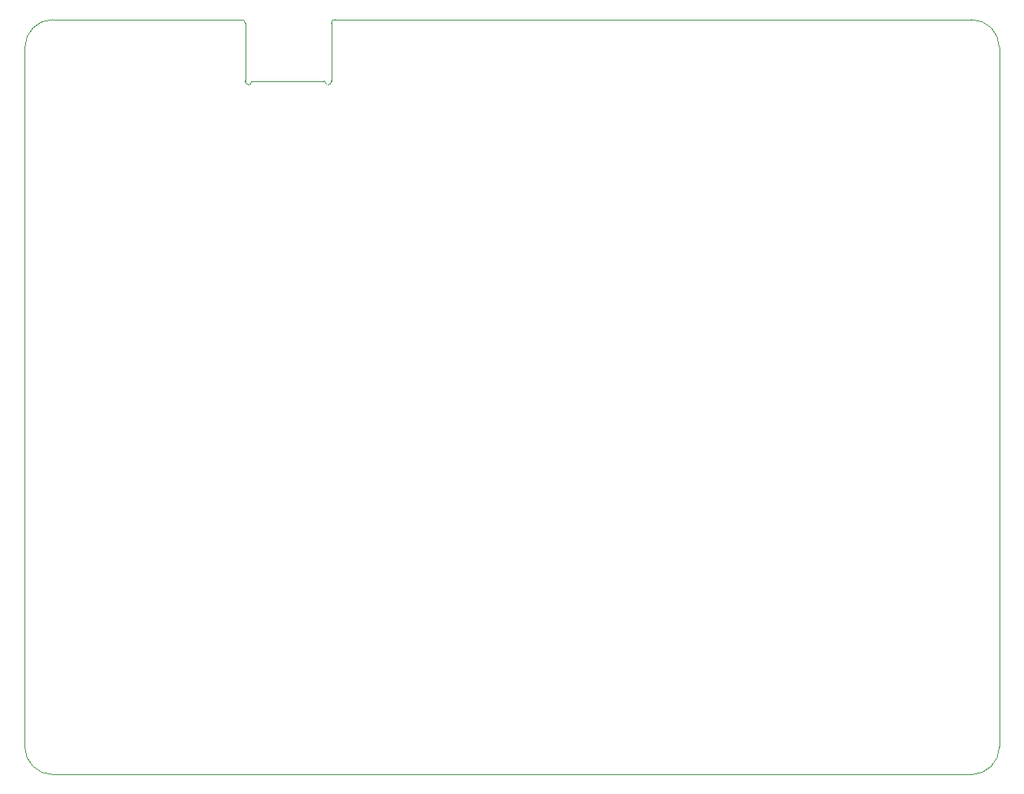
<source format=gbr>
G04 #@! TF.GenerationSoftware,KiCad,Pcbnew,8.0.1-8.0.1-1~ubuntu22.04.1*
G04 #@! TF.CreationDate,2024-04-10T21:28:56-04:00*
G04 #@! TF.ProjectId,tinytapeout-demo,74696e79-7461-4706-956f-75742d64656d,1.1.2*
G04 #@! TF.SameCoordinates,PX35e1f20PY8044ea0*
G04 #@! TF.FileFunction,Profile,NP*
%FSLAX46Y46*%
G04 Gerber Fmt 4.6, Leading zero omitted, Abs format (unit mm)*
G04 Created by KiCad (PCBNEW 8.0.1-8.0.1-1~ubuntu22.04.1) date 2024-04-10 21:28:56*
%MOMM*%
%LPD*%
G01*
G04 APERTURE LIST*
G04 #@! TA.AperFunction,Profile*
%ADD10C,0.100000*%
G04 #@! TD*
G04 #@! TA.AperFunction,Profile*
%ADD11C,0.080000*%
G04 #@! TD*
G04 APERTURE END LIST*
D10*
X23230000Y81000000D02*
G75*
G02*
X23630000Y80600000I0J-400000D01*
G01*
X32870000Y80600000D02*
G75*
G02*
X33270000Y81000000I400000J0D01*
G01*
X101500000Y81000000D02*
G75*
G02*
X104500000Y78000000I0J-3000000D01*
G01*
X33270000Y81000000D02*
X101500000Y81000000D01*
X101500000Y0D02*
X3000000Y0D01*
X104500000Y78000000D02*
X104500000Y3000000D01*
X3000000Y0D02*
G75*
G02*
X0Y3000000I0J3000000D01*
G01*
X23230000Y81000000D02*
X3000000Y81000000D01*
X0Y78000000D02*
G75*
G02*
X3000000Y81000000I3000000J0D01*
G01*
X0Y3000000D02*
X0Y78000000D01*
X104500000Y3000000D02*
G75*
G02*
X101500000Y0I-3000000J0D01*
G01*
D11*
G04 #@! TO.C,J15*
X23630000Y74400000D02*
X23630000Y80600000D01*
X32070000Y74400000D02*
X24430000Y74400000D01*
X32870000Y80600000D02*
X32870000Y74400000D01*
X23955000Y74000000D02*
G75*
G02*
X23630000Y74400000I37500J362500D01*
G01*
X24279997Y74279999D02*
G75*
G02*
X23955000Y74000003I-302497J22501D01*
G01*
X24280002Y74279999D02*
G75*
G02*
X24430000Y74399998I134998J-14999D01*
G01*
X32070001Y74399998D02*
G75*
G02*
X32219998Y74280000I15000J-134997D01*
G01*
X32545000Y74000001D02*
G75*
G02*
X32220001Y74280000I-22501J302498D01*
G01*
X32869999Y74400000D02*
G75*
G02*
X32545000Y74000001I-362501J-37499D01*
G01*
G04 #@! TD*
M02*

</source>
